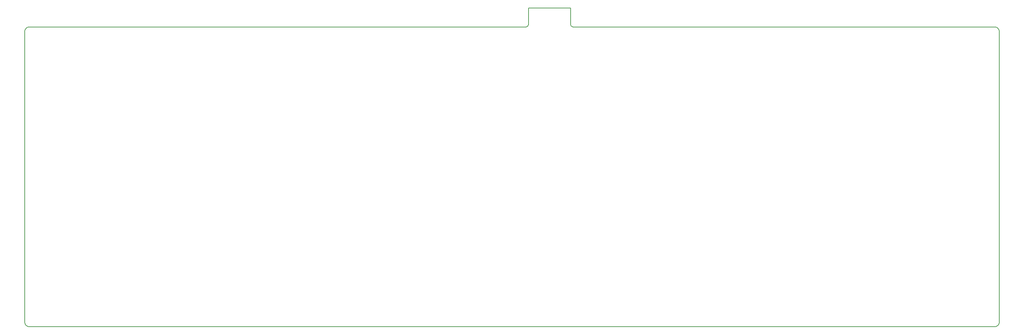
<source format=gbr>
G04 #@! TF.GenerationSoftware,KiCad,Pcbnew,(5.1.6)-1*
G04 #@! TF.CreationDate,2020-06-21T19:34:39+02:00*
G04 #@! TF.ProjectId,CC45,43433435-2e6b-4696-9361-645f70636258,rev?*
G04 #@! TF.SameCoordinates,Original*
G04 #@! TF.FileFunction,Profile,NP*
%FSLAX46Y46*%
G04 Gerber Fmt 4.6, Leading zero omitted, Abs format (unit mm)*
G04 Created by KiCad (PCBNEW (5.1.6)-1) date 2020-06-21 19:34:39*
%MOMM*%
%LPD*%
G01*
G04 APERTURE LIST*
G04 #@! TA.AperFunction,Profile*
%ADD10C,0.150000*%
G04 #@! TD*
G04 APERTURE END LIST*
D10*
X162093750Y-19000000D02*
X162093750Y-23156250D01*
X151406250Y-19000000D02*
X162093750Y-19000000D01*
X151406250Y-23156250D02*
X151406250Y-19000000D01*
X151406250Y-23156250D02*
G75*
G02*
X150812500Y-23750000I-593750J0D01*
G01*
X162687500Y-23750000D02*
G75*
G02*
X162093750Y-23156250I0J593750D01*
G01*
X150812500Y-23750000D02*
X24937500Y-23750000D01*
X23750000Y-24937500D02*
X23750000Y-98562500D01*
X269562500Y-23750000D02*
X162687500Y-23750000D01*
X269562500Y-99750000D02*
X24937500Y-99750000D01*
X270750000Y-24937500D02*
X270750000Y-98562500D01*
X269562500Y-23750000D02*
G75*
G02*
X270750000Y-24937500I0J-1187500D01*
G01*
X270750000Y-98562500D02*
G75*
G02*
X269562500Y-99750000I-1187500J0D01*
G01*
X24937500Y-99750000D02*
G75*
G02*
X23750000Y-98562500I0J1187500D01*
G01*
X23750000Y-24937500D02*
G75*
G02*
X24937500Y-23750000I1187500J0D01*
G01*
M02*

</source>
